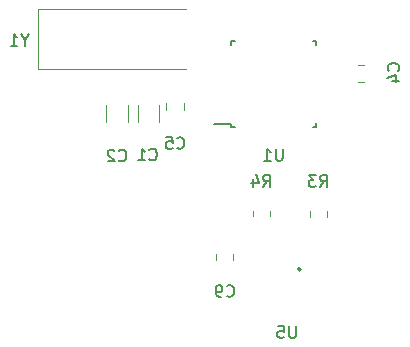
<source format=gbr>
%TF.GenerationSoftware,KiCad,Pcbnew,7.0.6*%
%TF.CreationDate,2023-09-04T00:35:45+02:00*%
%TF.ProjectId,pqunit,7071756e-6974-42e6-9b69-6361645f7063,rev?*%
%TF.SameCoordinates,Original*%
%TF.FileFunction,Legend,Bot*%
%TF.FilePolarity,Positive*%
%FSLAX46Y46*%
G04 Gerber Fmt 4.6, Leading zero omitted, Abs format (unit mm)*
G04 Created by KiCad (PCBNEW 7.0.6) date 2023-09-04 00:35:45*
%MOMM*%
%LPD*%
G01*
G04 APERTURE LIST*
%ADD10C,0.150000*%
%ADD11C,0.120000*%
%ADD12C,0.203200*%
G04 APERTURE END LIST*
D10*
X137805166Y-105948180D02*
X137852785Y-105995800D01*
X137852785Y-105995800D02*
X137995642Y-106043419D01*
X137995642Y-106043419D02*
X138090880Y-106043419D01*
X138090880Y-106043419D02*
X138233737Y-105995800D01*
X138233737Y-105995800D02*
X138328975Y-105900561D01*
X138328975Y-105900561D02*
X138376594Y-105805323D01*
X138376594Y-105805323D02*
X138424213Y-105614847D01*
X138424213Y-105614847D02*
X138424213Y-105471990D01*
X138424213Y-105471990D02*
X138376594Y-105281514D01*
X138376594Y-105281514D02*
X138328975Y-105186276D01*
X138328975Y-105186276D02*
X138233737Y-105091038D01*
X138233737Y-105091038D02*
X138090880Y-105043419D01*
X138090880Y-105043419D02*
X137995642Y-105043419D01*
X137995642Y-105043419D02*
X137852785Y-105091038D01*
X137852785Y-105091038D02*
X137805166Y-105138657D01*
X136852785Y-106043419D02*
X137424213Y-106043419D01*
X137138499Y-106043419D02*
X137138499Y-105043419D01*
X137138499Y-105043419D02*
X137233737Y-105186276D01*
X137233737Y-105186276D02*
X137328975Y-105281514D01*
X137328975Y-105281514D02*
X137424213Y-105329133D01*
X135214366Y-106023580D02*
X135261985Y-106071200D01*
X135261985Y-106071200D02*
X135404842Y-106118819D01*
X135404842Y-106118819D02*
X135500080Y-106118819D01*
X135500080Y-106118819D02*
X135642937Y-106071200D01*
X135642937Y-106071200D02*
X135738175Y-105975961D01*
X135738175Y-105975961D02*
X135785794Y-105880723D01*
X135785794Y-105880723D02*
X135833413Y-105690247D01*
X135833413Y-105690247D02*
X135833413Y-105547390D01*
X135833413Y-105547390D02*
X135785794Y-105356914D01*
X135785794Y-105356914D02*
X135738175Y-105261676D01*
X135738175Y-105261676D02*
X135642937Y-105166438D01*
X135642937Y-105166438D02*
X135500080Y-105118819D01*
X135500080Y-105118819D02*
X135404842Y-105118819D01*
X135404842Y-105118819D02*
X135261985Y-105166438D01*
X135261985Y-105166438D02*
X135214366Y-105214057D01*
X134833413Y-105214057D02*
X134785794Y-105166438D01*
X134785794Y-105166438D02*
X134690556Y-105118819D01*
X134690556Y-105118819D02*
X134452461Y-105118819D01*
X134452461Y-105118819D02*
X134357223Y-105166438D01*
X134357223Y-105166438D02*
X134309604Y-105214057D01*
X134309604Y-105214057D02*
X134261985Y-105309295D01*
X134261985Y-105309295D02*
X134261985Y-105404533D01*
X134261985Y-105404533D02*
X134309604Y-105547390D01*
X134309604Y-105547390D02*
X134881032Y-106118819D01*
X134881032Y-106118819D02*
X134261985Y-106118819D01*
X147427666Y-108267619D02*
X147760999Y-107791428D01*
X147999094Y-108267619D02*
X147999094Y-107267619D01*
X147999094Y-107267619D02*
X147618142Y-107267619D01*
X147618142Y-107267619D02*
X147522904Y-107315238D01*
X147522904Y-107315238D02*
X147475285Y-107362857D01*
X147475285Y-107362857D02*
X147427666Y-107458095D01*
X147427666Y-107458095D02*
X147427666Y-107600952D01*
X147427666Y-107600952D02*
X147475285Y-107696190D01*
X147475285Y-107696190D02*
X147522904Y-107743809D01*
X147522904Y-107743809D02*
X147618142Y-107791428D01*
X147618142Y-107791428D02*
X147999094Y-107791428D01*
X146570523Y-107600952D02*
X146570523Y-108267619D01*
X146808618Y-107220000D02*
X147046713Y-107934285D01*
X147046713Y-107934285D02*
X146427666Y-107934285D01*
X140141966Y-104956780D02*
X140189585Y-105004400D01*
X140189585Y-105004400D02*
X140332442Y-105052019D01*
X140332442Y-105052019D02*
X140427680Y-105052019D01*
X140427680Y-105052019D02*
X140570537Y-105004400D01*
X140570537Y-105004400D02*
X140665775Y-104909161D01*
X140665775Y-104909161D02*
X140713394Y-104813923D01*
X140713394Y-104813923D02*
X140761013Y-104623447D01*
X140761013Y-104623447D02*
X140761013Y-104480590D01*
X140761013Y-104480590D02*
X140713394Y-104290114D01*
X140713394Y-104290114D02*
X140665775Y-104194876D01*
X140665775Y-104194876D02*
X140570537Y-104099638D01*
X140570537Y-104099638D02*
X140427680Y-104052019D01*
X140427680Y-104052019D02*
X140332442Y-104052019D01*
X140332442Y-104052019D02*
X140189585Y-104099638D01*
X140189585Y-104099638D02*
X140141966Y-104147257D01*
X139237204Y-104052019D02*
X139713394Y-104052019D01*
X139713394Y-104052019D02*
X139761013Y-104528209D01*
X139761013Y-104528209D02*
X139713394Y-104480590D01*
X139713394Y-104480590D02*
X139618156Y-104432971D01*
X139618156Y-104432971D02*
X139380061Y-104432971D01*
X139380061Y-104432971D02*
X139284823Y-104480590D01*
X139284823Y-104480590D02*
X139237204Y-104528209D01*
X139237204Y-104528209D02*
X139189585Y-104623447D01*
X139189585Y-104623447D02*
X139189585Y-104861542D01*
X139189585Y-104861542D02*
X139237204Y-104956780D01*
X139237204Y-104956780D02*
X139284823Y-105004400D01*
X139284823Y-105004400D02*
X139380061Y-105052019D01*
X139380061Y-105052019D02*
X139618156Y-105052019D01*
X139618156Y-105052019D02*
X139713394Y-105004400D01*
X139713394Y-105004400D02*
X139761013Y-104956780D01*
X149079904Y-105054819D02*
X149079904Y-105864342D01*
X149079904Y-105864342D02*
X149032285Y-105959580D01*
X149032285Y-105959580D02*
X148984666Y-106007200D01*
X148984666Y-106007200D02*
X148889428Y-106054819D01*
X148889428Y-106054819D02*
X148698952Y-106054819D01*
X148698952Y-106054819D02*
X148603714Y-106007200D01*
X148603714Y-106007200D02*
X148556095Y-105959580D01*
X148556095Y-105959580D02*
X148508476Y-105864342D01*
X148508476Y-105864342D02*
X148508476Y-105054819D01*
X147508476Y-106054819D02*
X148079904Y-106054819D01*
X147794190Y-106054819D02*
X147794190Y-105054819D01*
X147794190Y-105054819D02*
X147889428Y-105197676D01*
X147889428Y-105197676D02*
X147984666Y-105292914D01*
X147984666Y-105292914D02*
X148079904Y-105340533D01*
X127243490Y-95838228D02*
X127243490Y-96314419D01*
X127576823Y-95314419D02*
X127243490Y-95838228D01*
X127243490Y-95838228D02*
X126910157Y-95314419D01*
X126053014Y-96314419D02*
X126624442Y-96314419D01*
X126338728Y-96314419D02*
X126338728Y-95314419D01*
X126338728Y-95314419D02*
X126433966Y-95457276D01*
X126433966Y-95457276D02*
X126529204Y-95552514D01*
X126529204Y-95552514D02*
X126624442Y-95600133D01*
X150211404Y-120061619D02*
X150211404Y-120871142D01*
X150211404Y-120871142D02*
X150163785Y-120966380D01*
X150163785Y-120966380D02*
X150116166Y-121014000D01*
X150116166Y-121014000D02*
X150020928Y-121061619D01*
X150020928Y-121061619D02*
X149830452Y-121061619D01*
X149830452Y-121061619D02*
X149735214Y-121014000D01*
X149735214Y-121014000D02*
X149687595Y-120966380D01*
X149687595Y-120966380D02*
X149639976Y-120871142D01*
X149639976Y-120871142D02*
X149639976Y-120061619D01*
X148687595Y-120061619D02*
X149163785Y-120061619D01*
X149163785Y-120061619D02*
X149211404Y-120537809D01*
X149211404Y-120537809D02*
X149163785Y-120490190D01*
X149163785Y-120490190D02*
X149068547Y-120442571D01*
X149068547Y-120442571D02*
X148830452Y-120442571D01*
X148830452Y-120442571D02*
X148735214Y-120490190D01*
X148735214Y-120490190D02*
X148687595Y-120537809D01*
X148687595Y-120537809D02*
X148639976Y-120633047D01*
X148639976Y-120633047D02*
X148639976Y-120871142D01*
X148639976Y-120871142D02*
X148687595Y-120966380D01*
X148687595Y-120966380D02*
X148735214Y-121014000D01*
X148735214Y-121014000D02*
X148830452Y-121061619D01*
X148830452Y-121061619D02*
X149068547Y-121061619D01*
X149068547Y-121061619D02*
X149163785Y-121014000D01*
X149163785Y-121014000D02*
X149211404Y-120966380D01*
X158875780Y-98436133D02*
X158923400Y-98388514D01*
X158923400Y-98388514D02*
X158971019Y-98245657D01*
X158971019Y-98245657D02*
X158971019Y-98150419D01*
X158971019Y-98150419D02*
X158923400Y-98007562D01*
X158923400Y-98007562D02*
X158828161Y-97912324D01*
X158828161Y-97912324D02*
X158732923Y-97864705D01*
X158732923Y-97864705D02*
X158542447Y-97817086D01*
X158542447Y-97817086D02*
X158399590Y-97817086D01*
X158399590Y-97817086D02*
X158209114Y-97864705D01*
X158209114Y-97864705D02*
X158113876Y-97912324D01*
X158113876Y-97912324D02*
X158018638Y-98007562D01*
X158018638Y-98007562D02*
X157971019Y-98150419D01*
X157971019Y-98150419D02*
X157971019Y-98245657D01*
X157971019Y-98245657D02*
X158018638Y-98388514D01*
X158018638Y-98388514D02*
X158066257Y-98436133D01*
X158304352Y-99293276D02*
X158971019Y-99293276D01*
X157923400Y-99055181D02*
X158637685Y-98817086D01*
X158637685Y-98817086D02*
X158637685Y-99436133D01*
X144358366Y-117486580D02*
X144405985Y-117534200D01*
X144405985Y-117534200D02*
X144548842Y-117581819D01*
X144548842Y-117581819D02*
X144644080Y-117581819D01*
X144644080Y-117581819D02*
X144786937Y-117534200D01*
X144786937Y-117534200D02*
X144882175Y-117438961D01*
X144882175Y-117438961D02*
X144929794Y-117343723D01*
X144929794Y-117343723D02*
X144977413Y-117153247D01*
X144977413Y-117153247D02*
X144977413Y-117010390D01*
X144977413Y-117010390D02*
X144929794Y-116819914D01*
X144929794Y-116819914D02*
X144882175Y-116724676D01*
X144882175Y-116724676D02*
X144786937Y-116629438D01*
X144786937Y-116629438D02*
X144644080Y-116581819D01*
X144644080Y-116581819D02*
X144548842Y-116581819D01*
X144548842Y-116581819D02*
X144405985Y-116629438D01*
X144405985Y-116629438D02*
X144358366Y-116677057D01*
X143882175Y-117581819D02*
X143691699Y-117581819D01*
X143691699Y-117581819D02*
X143596461Y-117534200D01*
X143596461Y-117534200D02*
X143548842Y-117486580D01*
X143548842Y-117486580D02*
X143453604Y-117343723D01*
X143453604Y-117343723D02*
X143405985Y-117153247D01*
X143405985Y-117153247D02*
X143405985Y-116772295D01*
X143405985Y-116772295D02*
X143453604Y-116677057D01*
X143453604Y-116677057D02*
X143501223Y-116629438D01*
X143501223Y-116629438D02*
X143596461Y-116581819D01*
X143596461Y-116581819D02*
X143786937Y-116581819D01*
X143786937Y-116581819D02*
X143882175Y-116629438D01*
X143882175Y-116629438D02*
X143929794Y-116677057D01*
X143929794Y-116677057D02*
X143977413Y-116772295D01*
X143977413Y-116772295D02*
X143977413Y-117010390D01*
X143977413Y-117010390D02*
X143929794Y-117105628D01*
X143929794Y-117105628D02*
X143882175Y-117153247D01*
X143882175Y-117153247D02*
X143786937Y-117200866D01*
X143786937Y-117200866D02*
X143596461Y-117200866D01*
X143596461Y-117200866D02*
X143501223Y-117153247D01*
X143501223Y-117153247D02*
X143453604Y-117105628D01*
X143453604Y-117105628D02*
X143405985Y-117010390D01*
X152253666Y-108283619D02*
X152586999Y-107807428D01*
X152825094Y-108283619D02*
X152825094Y-107283619D01*
X152825094Y-107283619D02*
X152444142Y-107283619D01*
X152444142Y-107283619D02*
X152348904Y-107331238D01*
X152348904Y-107331238D02*
X152301285Y-107378857D01*
X152301285Y-107378857D02*
X152253666Y-107474095D01*
X152253666Y-107474095D02*
X152253666Y-107616952D01*
X152253666Y-107616952D02*
X152301285Y-107712190D01*
X152301285Y-107712190D02*
X152348904Y-107759809D01*
X152348904Y-107759809D02*
X152444142Y-107807428D01*
X152444142Y-107807428D02*
X152825094Y-107807428D01*
X151920332Y-107283619D02*
X151301285Y-107283619D01*
X151301285Y-107283619D02*
X151634618Y-107664571D01*
X151634618Y-107664571D02*
X151491761Y-107664571D01*
X151491761Y-107664571D02*
X151396523Y-107712190D01*
X151396523Y-107712190D02*
X151348904Y-107759809D01*
X151348904Y-107759809D02*
X151301285Y-107855047D01*
X151301285Y-107855047D02*
X151301285Y-108093142D01*
X151301285Y-108093142D02*
X151348904Y-108188380D01*
X151348904Y-108188380D02*
X151396523Y-108236000D01*
X151396523Y-108236000D02*
X151491761Y-108283619D01*
X151491761Y-108283619D02*
X151777475Y-108283619D01*
X151777475Y-108283619D02*
X151872713Y-108236000D01*
X151872713Y-108236000D02*
X151920332Y-108188380D01*
D11*
%TO.C,C1*%
X138650100Y-101384448D02*
X138650100Y-102806952D01*
X136830100Y-101384448D02*
X136830100Y-102806952D01*
%TO.C,C2*%
X135957700Y-101384448D02*
X135957700Y-102806952D01*
X134137700Y-101384448D02*
X134137700Y-102806952D01*
%TO.C,R4*%
X148025500Y-110330736D02*
X148025500Y-110784864D01*
X146555500Y-110330736D02*
X146555500Y-110784864D01*
%TO.C,C5*%
X140710300Y-101207848D02*
X140710300Y-101730352D01*
X139240300Y-101207848D02*
X139240300Y-101730352D01*
D10*
%TO.C,U1*%
X144693000Y-95925000D02*
X144693000Y-96250000D01*
X144693000Y-95925000D02*
X145018000Y-95925000D01*
X144693000Y-102950000D02*
X143268000Y-102950000D01*
X144693000Y-103175000D02*
X144693000Y-102950000D01*
X144693000Y-103175000D02*
X145018000Y-103175000D01*
X151943000Y-95925000D02*
X151618000Y-95925000D01*
X151943000Y-95925000D02*
X151943000Y-96250000D01*
X151943000Y-103175000D02*
X151618000Y-103175000D01*
X151943000Y-103175000D02*
X151943000Y-102850000D01*
D11*
%TO.C,Y1*%
X140939500Y-98341000D02*
X128339500Y-98341000D01*
X128339500Y-98341000D02*
X128339500Y-93241000D01*
X128339500Y-93241000D02*
X140939500Y-93241000D01*
D12*
%TO.C,U5*%
X150634500Y-115247400D02*
G75*
G03*
X150634500Y-115247400I-143600J0D01*
G01*
D11*
%TO.C,C4*%
X155483548Y-99388600D02*
X156006052Y-99388600D01*
X155483548Y-97918600D02*
X156006052Y-97918600D01*
%TO.C,C9*%
X143405900Y-114492652D02*
X143405900Y-113970148D01*
X144875900Y-114492652D02*
X144875900Y-113970148D01*
%TO.C,R3*%
X152851500Y-110346736D02*
X152851500Y-110800864D01*
X151381500Y-110346736D02*
X151381500Y-110800864D01*
%TD*%
M02*

</source>
